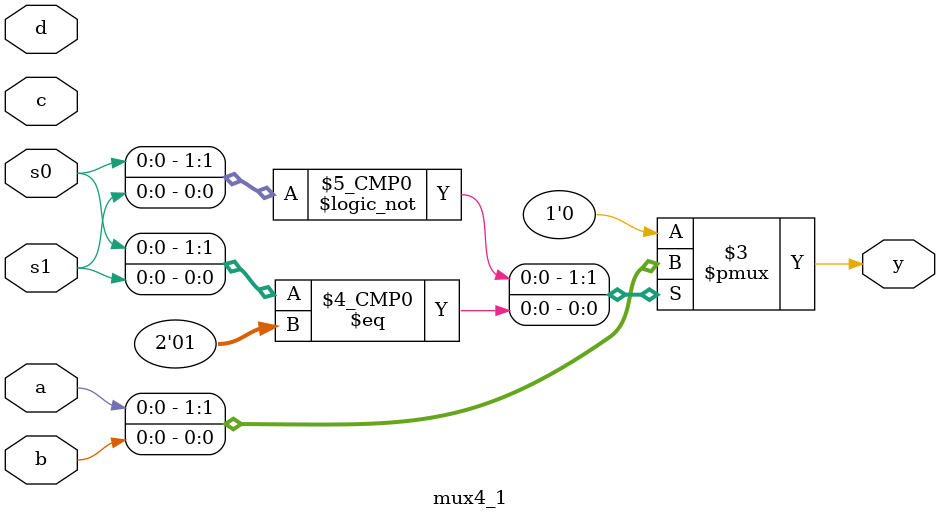
<source format=v>
module mux4_1(a,b,c,d,s0,s1,y);
input a,b,c,d;
input s0,s1;
output reg y;

always@*
begin

case({s0,s1})
00 : y=a;
01 : y=b;
10 : y=c;
11 : y=d;
default : y=0;

endcase
end

endmodule
</source>
